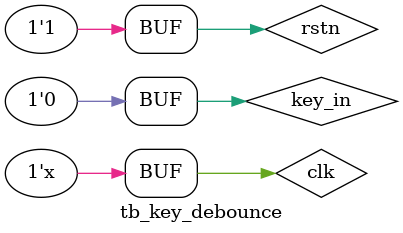
<source format=v>
`timescale 1ns / 1ps


module tb_key_debounce(

    );
    
reg clk;
reg rstn;
reg key_in;
wire key_out ;
    
key_debounce  
    #(.C_CLK_PRD_NS              (10) ,
      .C_LOW_LEVEL_THRESHOLD_US  (0) ,
      .C_HIGH_LEVEL_THRESHOLD_US (0)  )
    key_debounce_u (
    .CLK_I    (clk ),  
    .RSTN_I   (rstn),      
    .KEY_I    (key_in  ),     // 原始按键输入
    .KEY_O    (key_out)      // 消抖后
    );


always #5 clk = ~clk ; 



initial begin
clk = 0;
key_in = 0;
rstn = 0;
#200;
rstn = 1;
#6000;
key_in = 1;
#40000;
key_in = 0;
#90000;

key_in = 1;
#60000;
key_in = 0;
#110000;







end









    
    
    
endmodule

</source>
